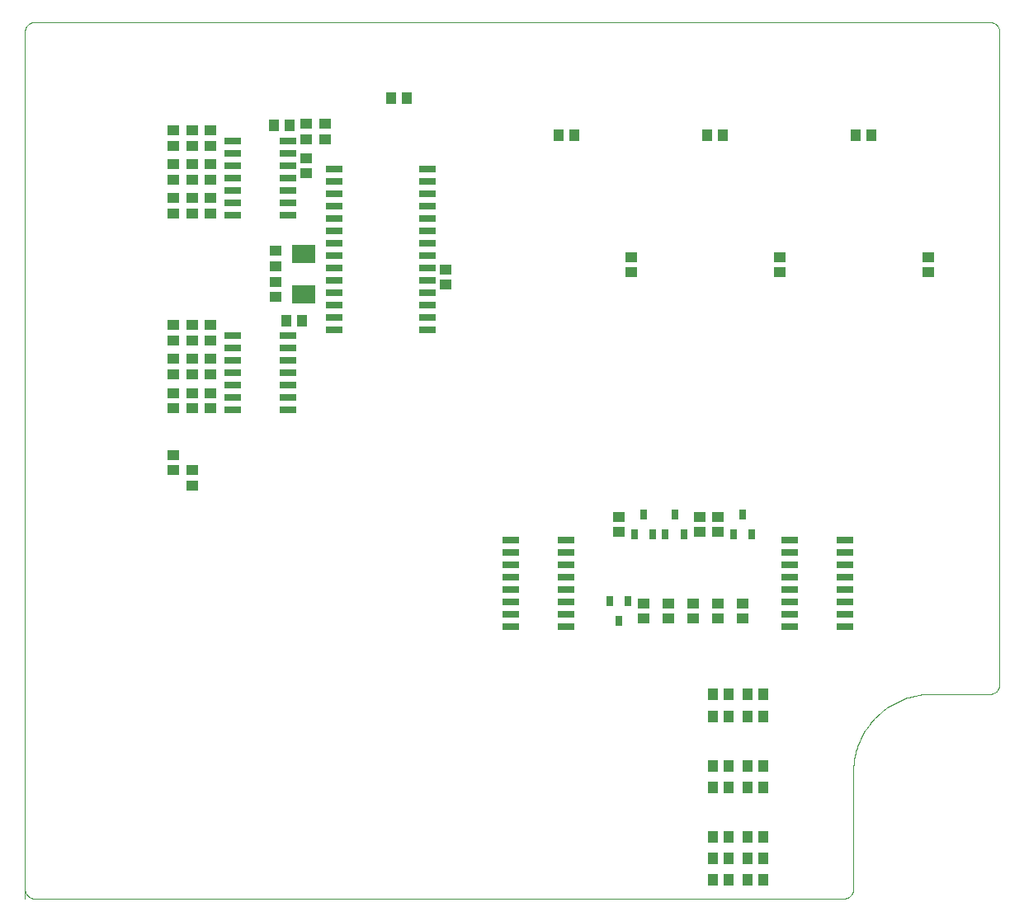
<source format=gtp>
G75*
%MOIN*%
%OFA0B0*%
%FSLAX25Y25*%
%IPPOS*%
%LPD*%
%AMOC8*
5,1,8,0,0,1.08239X$1,22.5*
%
%ADD10C,0.00000*%
%ADD11R,0.04331X0.05118*%
%ADD12R,0.05118X0.04331*%
%ADD13R,0.06890X0.02756*%
%ADD14R,0.03150X0.03937*%
%ADD15R,0.06693X0.02559*%
%ADD16R,0.09449X0.07480*%
%ADD17C,0.00394*%
D10*
X0001197Y0009833D02*
X0001197Y0285424D01*
D11*
X0101797Y0322333D03*
X0108096Y0322333D03*
X0149297Y0333583D03*
X0155596Y0333583D03*
X0216797Y0318583D03*
X0223096Y0318583D03*
X0276797Y0318583D03*
X0283096Y0318583D03*
X0336797Y0318583D03*
X0343096Y0318583D03*
X0113096Y0243583D03*
X0106797Y0243583D03*
X0279297Y0092333D03*
X0285596Y0092333D03*
X0293047Y0092333D03*
X0299346Y0092333D03*
X0299346Y0083583D03*
X0293047Y0083583D03*
X0285596Y0083583D03*
X0279297Y0083583D03*
X0279297Y0063583D03*
X0285596Y0063583D03*
X0293047Y0063583D03*
X0299346Y0063583D03*
X0299346Y0054833D03*
X0293047Y0054833D03*
X0285596Y0054833D03*
X0279297Y0054833D03*
X0279297Y0034833D03*
X0285596Y0034833D03*
X0293047Y0034833D03*
X0299346Y0034833D03*
X0299346Y0026083D03*
X0293047Y0026083D03*
X0285596Y0026083D03*
X0279297Y0026083D03*
X0279297Y0017333D03*
X0285596Y0017333D03*
X0293047Y0017333D03*
X0299346Y0017333D03*
D12*
X0291197Y0122934D03*
X0291197Y0129233D03*
X0281197Y0129233D03*
X0281197Y0122934D03*
X0271197Y0122934D03*
X0271197Y0129233D03*
X0261197Y0129233D03*
X0261197Y0122934D03*
X0251197Y0122934D03*
X0251197Y0129233D03*
X0241197Y0157934D03*
X0241197Y0164233D03*
X0273697Y0164233D03*
X0281197Y0164233D03*
X0281197Y0157934D03*
X0273697Y0157934D03*
X0171197Y0257934D03*
X0171197Y0264233D03*
X0114947Y0302934D03*
X0114947Y0309233D03*
X0114947Y0316684D03*
X0122447Y0316684D03*
X0122447Y0322983D03*
X0114947Y0322983D03*
X0076197Y0320483D03*
X0076197Y0314184D03*
X0076197Y0306733D03*
X0076197Y0300434D03*
X0076197Y0292983D03*
X0076197Y0286684D03*
X0068697Y0286684D03*
X0068697Y0292983D03*
X0068697Y0300434D03*
X0068697Y0306733D03*
X0068697Y0314184D03*
X0068697Y0320483D03*
X0061197Y0320483D03*
X0061197Y0314184D03*
X0061197Y0306733D03*
X0061197Y0300434D03*
X0061197Y0292983D03*
X0061197Y0286684D03*
X0102447Y0271733D03*
X0102447Y0265434D03*
X0102447Y0259233D03*
X0102447Y0252934D03*
X0076197Y0241733D03*
X0076197Y0235434D03*
X0076197Y0227983D03*
X0076197Y0221684D03*
X0076197Y0214233D03*
X0076197Y0207934D03*
X0068697Y0207934D03*
X0068697Y0214233D03*
X0068697Y0221684D03*
X0068697Y0227983D03*
X0068697Y0235434D03*
X0068697Y0241733D03*
X0061197Y0241733D03*
X0061197Y0235434D03*
X0061197Y0227983D03*
X0061197Y0221684D03*
X0061197Y0214233D03*
X0061197Y0207934D03*
X0061197Y0189233D03*
X0061197Y0182934D03*
X0068697Y0182983D03*
X0068697Y0176684D03*
X0246197Y0262934D03*
X0246197Y0269233D03*
X0306197Y0269233D03*
X0306197Y0262934D03*
X0366197Y0262934D03*
X0366197Y0269233D03*
D13*
X0332319Y0154833D03*
X0332319Y0149833D03*
X0332319Y0144833D03*
X0332319Y0139833D03*
X0332319Y0134833D03*
X0332319Y0129833D03*
X0332319Y0124833D03*
X0332319Y0119833D03*
X0310075Y0119833D03*
X0310075Y0124833D03*
X0310075Y0129833D03*
X0310075Y0134833D03*
X0310075Y0139833D03*
X0310075Y0144833D03*
X0310075Y0149833D03*
X0310075Y0154833D03*
X0219819Y0154833D03*
X0219819Y0149833D03*
X0219819Y0144833D03*
X0219819Y0139833D03*
X0219819Y0134833D03*
X0219819Y0129833D03*
X0219819Y0124833D03*
X0219819Y0119833D03*
X0197575Y0119833D03*
X0197575Y0124833D03*
X0197575Y0129833D03*
X0197575Y0134833D03*
X0197575Y0139833D03*
X0197575Y0144833D03*
X0197575Y0149833D03*
X0197575Y0154833D03*
X0107319Y0207333D03*
X0107319Y0212333D03*
X0107319Y0217333D03*
X0107319Y0222333D03*
X0107319Y0227333D03*
X0107319Y0232333D03*
X0107319Y0237333D03*
X0085075Y0237333D03*
X0085075Y0232333D03*
X0085075Y0227333D03*
X0085075Y0222333D03*
X0085075Y0217333D03*
X0085075Y0212333D03*
X0085075Y0207333D03*
X0085075Y0286083D03*
X0085075Y0291083D03*
X0085075Y0296083D03*
X0085075Y0301083D03*
X0085075Y0306083D03*
X0085075Y0311083D03*
X0085075Y0316083D03*
X0107319Y0316083D03*
X0107319Y0311083D03*
X0107319Y0306083D03*
X0107319Y0301083D03*
X0107319Y0296083D03*
X0107319Y0291083D03*
X0107319Y0286083D03*
D14*
X0247457Y0157146D03*
X0254937Y0157146D03*
X0259957Y0157146D03*
X0267437Y0157146D03*
X0263697Y0165020D03*
X0251197Y0165020D03*
X0244937Y0130020D03*
X0237457Y0130020D03*
X0241197Y0122146D03*
X0287457Y0157146D03*
X0294937Y0157146D03*
X0291197Y0165020D03*
D15*
X0163766Y0239833D03*
X0163766Y0244833D03*
X0163766Y0249833D03*
X0163766Y0254833D03*
X0163766Y0259833D03*
X0163766Y0264833D03*
X0163766Y0269833D03*
X0163766Y0274833D03*
X0163766Y0279833D03*
X0163766Y0284833D03*
X0163766Y0289833D03*
X0163766Y0294833D03*
X0163766Y0299833D03*
X0163766Y0304833D03*
X0126128Y0304833D03*
X0126128Y0299833D03*
X0126128Y0294833D03*
X0126128Y0289833D03*
X0126128Y0284833D03*
X0126128Y0279833D03*
X0126128Y0274833D03*
X0126128Y0269833D03*
X0126128Y0264833D03*
X0126128Y0259833D03*
X0126128Y0254833D03*
X0126128Y0249833D03*
X0126128Y0244833D03*
X0126128Y0239833D03*
D16*
X0113697Y0254262D03*
X0113697Y0270404D03*
D17*
X0005134Y0364164D02*
X0005010Y0364162D01*
X0004887Y0364156D01*
X0004763Y0364147D01*
X0004641Y0364133D01*
X0004518Y0364116D01*
X0004396Y0364094D01*
X0004275Y0364069D01*
X0004155Y0364040D01*
X0004036Y0364008D01*
X0003917Y0363971D01*
X0003800Y0363931D01*
X0003685Y0363888D01*
X0003570Y0363840D01*
X0003458Y0363789D01*
X0003347Y0363735D01*
X0003237Y0363677D01*
X0003130Y0363616D01*
X0003024Y0363551D01*
X0002921Y0363483D01*
X0002820Y0363412D01*
X0002721Y0363338D01*
X0002624Y0363261D01*
X0002530Y0363180D01*
X0002439Y0363097D01*
X0002350Y0363011D01*
X0002264Y0362922D01*
X0002181Y0362831D01*
X0002100Y0362737D01*
X0002023Y0362640D01*
X0001949Y0362541D01*
X0001878Y0362440D01*
X0001810Y0362337D01*
X0001745Y0362231D01*
X0001684Y0362124D01*
X0001626Y0362014D01*
X0001572Y0361903D01*
X0001521Y0361791D01*
X0001473Y0361676D01*
X0001430Y0361561D01*
X0001390Y0361444D01*
X0001353Y0361325D01*
X0001321Y0361206D01*
X0001292Y0361086D01*
X0001267Y0360965D01*
X0001245Y0360843D01*
X0001228Y0360720D01*
X0001214Y0360598D01*
X0001205Y0360474D01*
X0001199Y0360351D01*
X0001197Y0360227D01*
X0001197Y0013770D01*
X0001199Y0013646D01*
X0001205Y0013523D01*
X0001214Y0013399D01*
X0001228Y0013277D01*
X0001245Y0013154D01*
X0001267Y0013032D01*
X0001292Y0012911D01*
X0001321Y0012791D01*
X0001353Y0012672D01*
X0001390Y0012553D01*
X0001430Y0012436D01*
X0001473Y0012321D01*
X0001521Y0012206D01*
X0001572Y0012094D01*
X0001626Y0011983D01*
X0001684Y0011873D01*
X0001745Y0011766D01*
X0001810Y0011660D01*
X0001878Y0011557D01*
X0001949Y0011456D01*
X0002023Y0011357D01*
X0002100Y0011260D01*
X0002181Y0011166D01*
X0002264Y0011075D01*
X0002350Y0010986D01*
X0002439Y0010900D01*
X0002530Y0010817D01*
X0002624Y0010736D01*
X0002721Y0010659D01*
X0002820Y0010585D01*
X0002921Y0010514D01*
X0003024Y0010446D01*
X0003130Y0010381D01*
X0003237Y0010320D01*
X0003347Y0010262D01*
X0003458Y0010208D01*
X0003570Y0010157D01*
X0003685Y0010109D01*
X0003800Y0010066D01*
X0003917Y0010026D01*
X0004036Y0009989D01*
X0004155Y0009957D01*
X0004275Y0009928D01*
X0004396Y0009903D01*
X0004518Y0009881D01*
X0004641Y0009864D01*
X0004763Y0009850D01*
X0004887Y0009841D01*
X0005010Y0009835D01*
X0005134Y0009833D01*
X0331906Y0009833D01*
X0332030Y0009835D01*
X0332153Y0009841D01*
X0332277Y0009850D01*
X0332399Y0009864D01*
X0332522Y0009881D01*
X0332644Y0009903D01*
X0332765Y0009928D01*
X0332885Y0009957D01*
X0333004Y0009989D01*
X0333123Y0010026D01*
X0333240Y0010066D01*
X0333355Y0010109D01*
X0333470Y0010157D01*
X0333582Y0010208D01*
X0333693Y0010262D01*
X0333803Y0010320D01*
X0333910Y0010381D01*
X0334016Y0010446D01*
X0334119Y0010514D01*
X0334220Y0010585D01*
X0334319Y0010659D01*
X0334416Y0010736D01*
X0334510Y0010817D01*
X0334601Y0010900D01*
X0334690Y0010986D01*
X0334776Y0011075D01*
X0334859Y0011166D01*
X0334940Y0011260D01*
X0335017Y0011357D01*
X0335091Y0011456D01*
X0335162Y0011557D01*
X0335230Y0011660D01*
X0335295Y0011766D01*
X0335356Y0011873D01*
X0335414Y0011983D01*
X0335468Y0012094D01*
X0335519Y0012206D01*
X0335567Y0012321D01*
X0335610Y0012436D01*
X0335650Y0012553D01*
X0335687Y0012672D01*
X0335719Y0012791D01*
X0335748Y0012911D01*
X0335773Y0013032D01*
X0335795Y0013154D01*
X0335812Y0013277D01*
X0335826Y0013399D01*
X0335835Y0013523D01*
X0335841Y0013646D01*
X0335843Y0013770D01*
X0335843Y0061014D01*
X0335852Y0061775D01*
X0335880Y0062536D01*
X0335926Y0063295D01*
X0335990Y0064054D01*
X0336073Y0064810D01*
X0336174Y0065565D01*
X0336293Y0066317D01*
X0336430Y0067065D01*
X0336585Y0067810D01*
X0336758Y0068551D01*
X0336949Y0069288D01*
X0337158Y0070020D01*
X0337385Y0070747D01*
X0337628Y0071468D01*
X0337890Y0072183D01*
X0338168Y0072891D01*
X0338464Y0073592D01*
X0338776Y0074286D01*
X0339105Y0074973D01*
X0339451Y0075651D01*
X0339813Y0076321D01*
X0340190Y0076981D01*
X0340584Y0077633D01*
X0340994Y0078274D01*
X0341418Y0078906D01*
X0341858Y0079527D01*
X0342313Y0080137D01*
X0342782Y0080736D01*
X0343266Y0081324D01*
X0343764Y0081900D01*
X0344275Y0082463D01*
X0344800Y0083014D01*
X0345339Y0083553D01*
X0345890Y0084078D01*
X0346453Y0084589D01*
X0347029Y0085087D01*
X0347617Y0085571D01*
X0348216Y0086040D01*
X0348826Y0086495D01*
X0349447Y0086935D01*
X0350079Y0087359D01*
X0350720Y0087769D01*
X0351372Y0088163D01*
X0352032Y0088540D01*
X0352702Y0088902D01*
X0353380Y0089248D01*
X0354067Y0089577D01*
X0354761Y0089889D01*
X0355462Y0090185D01*
X0356170Y0090463D01*
X0356885Y0090725D01*
X0357606Y0090968D01*
X0358333Y0091195D01*
X0359065Y0091404D01*
X0359802Y0091595D01*
X0360543Y0091768D01*
X0361288Y0091923D01*
X0362036Y0092060D01*
X0362788Y0092179D01*
X0363543Y0092280D01*
X0364299Y0092363D01*
X0365058Y0092427D01*
X0365817Y0092473D01*
X0366578Y0092501D01*
X0367339Y0092510D01*
X0390961Y0092510D01*
X0390961Y0092511D02*
X0391085Y0092513D01*
X0391208Y0092519D01*
X0391332Y0092528D01*
X0391454Y0092542D01*
X0391577Y0092559D01*
X0391699Y0092581D01*
X0391820Y0092606D01*
X0391940Y0092635D01*
X0392059Y0092667D01*
X0392178Y0092704D01*
X0392295Y0092744D01*
X0392410Y0092787D01*
X0392525Y0092835D01*
X0392637Y0092886D01*
X0392748Y0092940D01*
X0392858Y0092998D01*
X0392965Y0093059D01*
X0393071Y0093124D01*
X0393174Y0093192D01*
X0393275Y0093263D01*
X0393374Y0093337D01*
X0393471Y0093414D01*
X0393565Y0093495D01*
X0393656Y0093578D01*
X0393745Y0093664D01*
X0393831Y0093753D01*
X0393914Y0093844D01*
X0393995Y0093938D01*
X0394072Y0094035D01*
X0394146Y0094134D01*
X0394217Y0094235D01*
X0394285Y0094338D01*
X0394350Y0094444D01*
X0394411Y0094551D01*
X0394469Y0094661D01*
X0394523Y0094772D01*
X0394574Y0094884D01*
X0394622Y0094999D01*
X0394665Y0095114D01*
X0394705Y0095231D01*
X0394742Y0095350D01*
X0394774Y0095469D01*
X0394803Y0095589D01*
X0394828Y0095710D01*
X0394850Y0095832D01*
X0394867Y0095955D01*
X0394881Y0096077D01*
X0394890Y0096201D01*
X0394896Y0096324D01*
X0394898Y0096448D01*
X0394898Y0360227D01*
X0394896Y0360351D01*
X0394890Y0360474D01*
X0394881Y0360598D01*
X0394867Y0360720D01*
X0394850Y0360843D01*
X0394828Y0360965D01*
X0394803Y0361086D01*
X0394774Y0361206D01*
X0394742Y0361325D01*
X0394705Y0361444D01*
X0394665Y0361561D01*
X0394622Y0361676D01*
X0394574Y0361791D01*
X0394523Y0361903D01*
X0394469Y0362014D01*
X0394411Y0362124D01*
X0394350Y0362231D01*
X0394285Y0362337D01*
X0394217Y0362440D01*
X0394146Y0362541D01*
X0394072Y0362640D01*
X0393995Y0362737D01*
X0393914Y0362831D01*
X0393831Y0362922D01*
X0393745Y0363011D01*
X0393656Y0363097D01*
X0393565Y0363180D01*
X0393471Y0363261D01*
X0393374Y0363338D01*
X0393275Y0363412D01*
X0393174Y0363483D01*
X0393071Y0363551D01*
X0392965Y0363616D01*
X0392858Y0363677D01*
X0392748Y0363735D01*
X0392637Y0363789D01*
X0392525Y0363840D01*
X0392410Y0363888D01*
X0392295Y0363931D01*
X0392178Y0363971D01*
X0392059Y0364008D01*
X0391940Y0364040D01*
X0391820Y0364069D01*
X0391699Y0364094D01*
X0391577Y0364116D01*
X0391454Y0364133D01*
X0391332Y0364147D01*
X0391208Y0364156D01*
X0391085Y0364162D01*
X0390961Y0364164D01*
X0005134Y0364164D01*
M02*

</source>
